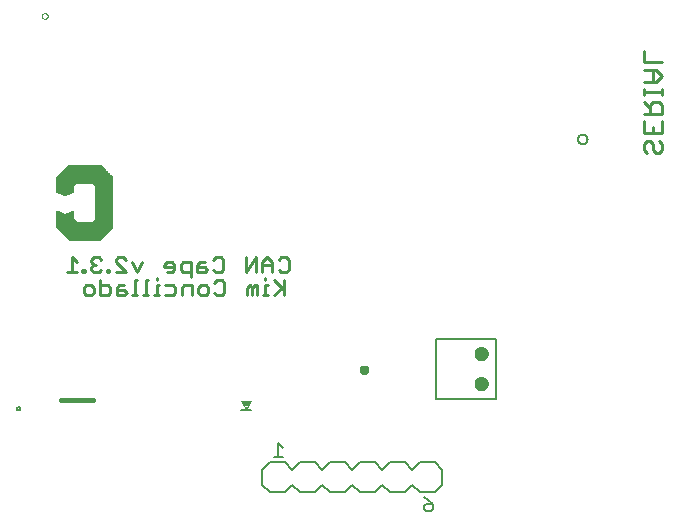
<source format=gbo>
G75*
G70*
%OFA0B0*%
%FSLAX24Y24*%
%IPPOS*%
%LPD*%
%AMOC8*
5,1,8,0,0,1.08239X$1,22.5*
%
%ADD10C,0.0090*%
%ADD11C,0.0110*%
%ADD12C,0.0050*%
%ADD13C,0.0039*%
%ADD14C,0.0150*%
%ADD15C,0.0236*%
%ADD16C,0.0157*%
%ADD17C,0.0079*%
%ADD18C,0.0060*%
%ADD19C,0.0004*%
D10*
X012311Y012447D02*
X012311Y012614D01*
X012395Y012697D01*
X012562Y012697D01*
X012645Y012614D01*
X012645Y012447D01*
X012562Y012363D01*
X012395Y012363D01*
X012311Y012447D01*
X012855Y012363D02*
X012855Y012864D01*
X012855Y012697D02*
X013105Y012697D01*
X013189Y012614D01*
X013189Y012447D01*
X013105Y012363D01*
X012855Y012363D01*
X013399Y012363D02*
X013399Y012614D01*
X013482Y012697D01*
X013649Y012697D01*
X013649Y012530D02*
X013399Y012530D01*
X013399Y012363D02*
X013649Y012363D01*
X013732Y012447D01*
X013649Y012530D01*
X013928Y012363D02*
X014095Y012363D01*
X014011Y012363D02*
X014011Y012864D01*
X014095Y012864D01*
X014076Y013124D02*
X013909Y013458D01*
X013700Y013542D02*
X013616Y013625D01*
X013449Y013625D01*
X013366Y013542D01*
X013366Y013458D01*
X013700Y013124D01*
X013366Y013124D01*
X013156Y013124D02*
X013072Y013124D01*
X013072Y013208D01*
X013156Y013208D01*
X013156Y013124D01*
X012884Y013208D02*
X012801Y013124D01*
X012634Y013124D01*
X012550Y013208D01*
X012550Y013291D01*
X012634Y013375D01*
X012717Y013375D01*
X012634Y013375D02*
X012550Y013458D01*
X012550Y013542D01*
X012634Y013625D01*
X012801Y013625D01*
X012884Y013542D01*
X012340Y013208D02*
X012257Y013208D01*
X012257Y013124D01*
X012340Y013124D01*
X012340Y013208D01*
X012068Y013124D02*
X011734Y013124D01*
X011901Y013124D02*
X011901Y013625D01*
X012068Y013458D01*
X014076Y013124D02*
X014243Y013458D01*
X014374Y012864D02*
X014374Y012363D01*
X014457Y012363D02*
X014290Y012363D01*
X014653Y012363D02*
X014820Y012363D01*
X014736Y012363D02*
X014736Y012697D01*
X014820Y012697D01*
X014736Y012864D02*
X014736Y012948D01*
X014457Y012864D02*
X014374Y012864D01*
X015030Y012697D02*
X015280Y012697D01*
X015364Y012614D01*
X015364Y012447D01*
X015280Y012363D01*
X015030Y012363D01*
X015573Y012363D02*
X015573Y012614D01*
X015657Y012697D01*
X015907Y012697D01*
X015907Y012363D01*
X016117Y012447D02*
X016117Y012614D01*
X016201Y012697D01*
X016368Y012697D01*
X016451Y012614D01*
X016451Y012447D01*
X016368Y012363D01*
X016201Y012363D01*
X016117Y012447D01*
X016661Y012447D02*
X016744Y012363D01*
X016911Y012363D01*
X016995Y012447D01*
X016995Y012781D01*
X016911Y012864D01*
X016744Y012864D01*
X016661Y012781D01*
X016712Y013124D02*
X016628Y013208D01*
X016712Y013124D02*
X016879Y013124D01*
X016962Y013208D01*
X016962Y013542D01*
X016879Y013625D01*
X016712Y013625D01*
X016628Y013542D01*
X016335Y013458D02*
X016168Y013458D01*
X016084Y013375D01*
X016084Y013124D01*
X016335Y013124D01*
X016418Y013208D01*
X016335Y013291D01*
X016084Y013291D01*
X015875Y013124D02*
X015624Y013124D01*
X015541Y013208D01*
X015541Y013375D01*
X015624Y013458D01*
X015875Y013458D01*
X015875Y012957D01*
X015331Y013208D02*
X015331Y013375D01*
X015247Y013458D01*
X015080Y013458D01*
X014997Y013375D01*
X014997Y013291D01*
X015331Y013291D01*
X015331Y013208D02*
X015247Y013124D01*
X015080Y013124D01*
X017716Y013124D02*
X017716Y013625D01*
X018050Y013625D02*
X017716Y013124D01*
X018050Y013124D02*
X018050Y013625D01*
X018259Y013458D02*
X018259Y013124D01*
X018361Y012948D02*
X018361Y012864D01*
X018361Y012697D02*
X018361Y012363D01*
X018278Y012363D02*
X018445Y012363D01*
X018655Y012363D02*
X018905Y012614D01*
X018989Y012530D02*
X018655Y012864D01*
X018593Y013124D02*
X018593Y013458D01*
X018426Y013625D01*
X018259Y013458D01*
X018259Y013375D02*
X018593Y013375D01*
X018803Y013542D02*
X018887Y013625D01*
X019054Y013625D01*
X019137Y013542D01*
X019137Y013208D01*
X019054Y013124D01*
X018887Y013124D01*
X018803Y013208D01*
X018989Y012864D02*
X018989Y012363D01*
X018445Y012697D02*
X018361Y012697D01*
X018082Y012697D02*
X018082Y012363D01*
X017915Y012363D02*
X017915Y012614D01*
X017832Y012697D01*
X017748Y012614D01*
X017748Y012363D01*
X017915Y012614D02*
X017999Y012697D01*
X018082Y012697D01*
D11*
X030995Y017220D02*
X031093Y017122D01*
X030995Y017220D02*
X030995Y017417D01*
X031093Y017515D01*
X031191Y017515D01*
X031290Y017417D01*
X031290Y017220D01*
X031388Y017122D01*
X031487Y017122D01*
X031585Y017220D01*
X031585Y017417D01*
X031487Y017515D01*
X031585Y017766D02*
X030995Y017766D01*
X030995Y018160D01*
X030995Y018411D02*
X031585Y018411D01*
X031585Y018706D01*
X031487Y018804D01*
X031290Y018804D01*
X031191Y018706D01*
X031191Y018411D01*
X031191Y018608D02*
X030995Y018804D01*
X030995Y019055D02*
X030995Y019252D01*
X030995Y019154D02*
X031585Y019154D01*
X031585Y019252D02*
X031585Y019055D01*
X031388Y019485D02*
X030995Y019485D01*
X031290Y019485D02*
X031290Y019879D01*
X031388Y019879D02*
X030995Y019879D01*
X030995Y020130D02*
X030995Y020523D01*
X030995Y020130D02*
X031585Y020130D01*
X031388Y019879D02*
X031585Y019682D01*
X031388Y019485D01*
X031585Y018160D02*
X031585Y017766D01*
X031290Y017766D02*
X031290Y017963D01*
D12*
X010080Y008580D02*
X010082Y008594D01*
X010088Y008608D01*
X010096Y008620D01*
X010108Y008628D01*
X010122Y008634D01*
X010136Y008636D01*
X010150Y008634D01*
X010164Y008628D01*
X010176Y008620D01*
X010184Y008608D01*
X010190Y008594D01*
X010192Y008580D01*
X010190Y008566D01*
X010184Y008552D01*
X010176Y008540D01*
X010164Y008532D01*
X010150Y008526D01*
X010136Y008524D01*
X010122Y008526D01*
X010108Y008532D01*
X010096Y008540D01*
X010088Y008552D01*
X010082Y008566D01*
X010080Y008580D01*
X018641Y006981D02*
X018941Y006981D01*
X018791Y006981D02*
X018791Y007431D01*
X018941Y007281D01*
X023641Y005631D02*
X023791Y005556D01*
X023941Y005406D01*
X023716Y005406D01*
X023641Y005331D01*
X023641Y005256D01*
X023716Y005181D01*
X023866Y005181D01*
X023941Y005256D01*
X023941Y005406D01*
X024051Y008914D02*
X026051Y008914D01*
X026051Y010914D01*
X024051Y010914D01*
X024051Y008914D01*
X028781Y017563D02*
X028783Y017588D01*
X028789Y017612D01*
X028798Y017635D01*
X028811Y017656D01*
X028828Y017675D01*
X028847Y017692D01*
X028868Y017705D01*
X028891Y017714D01*
X028915Y017720D01*
X028940Y017722D01*
X028965Y017720D01*
X028989Y017714D01*
X029012Y017705D01*
X029033Y017692D01*
X029052Y017675D01*
X029069Y017656D01*
X029082Y017635D01*
X029091Y017612D01*
X029097Y017588D01*
X029099Y017563D01*
X029097Y017538D01*
X029091Y017514D01*
X029082Y017491D01*
X029069Y017470D01*
X029052Y017451D01*
X029033Y017434D01*
X029012Y017421D01*
X028989Y017412D01*
X028965Y017406D01*
X028940Y017404D01*
X028915Y017406D01*
X028891Y017412D01*
X028868Y017421D01*
X028847Y017434D01*
X028828Y017451D01*
X028811Y017470D01*
X028798Y017491D01*
X028789Y017514D01*
X028783Y017538D01*
X028781Y017563D01*
D13*
X017878Y008832D02*
X017563Y008832D01*
X017721Y008576D01*
X017878Y008832D01*
X017861Y008803D02*
X017581Y008803D01*
X017604Y008765D02*
X017837Y008765D01*
X017814Y008727D02*
X017627Y008727D01*
X017651Y008690D02*
X017791Y008690D01*
X017767Y008652D02*
X017674Y008652D01*
X017697Y008614D02*
X017744Y008614D01*
X010906Y021673D02*
X010908Y021692D01*
X010913Y021711D01*
X010923Y021727D01*
X010935Y021742D01*
X010950Y021754D01*
X010966Y021764D01*
X010985Y021769D01*
X011004Y021771D01*
X011023Y021769D01*
X011042Y021764D01*
X011058Y021754D01*
X011073Y021742D01*
X011085Y021727D01*
X011095Y021711D01*
X011100Y021692D01*
X011102Y021673D01*
X011100Y021654D01*
X011095Y021635D01*
X011085Y021619D01*
X011073Y021604D01*
X011058Y021592D01*
X011042Y021582D01*
X011023Y021577D01*
X011004Y021575D01*
X010985Y021577D01*
X010966Y021582D01*
X010950Y021592D01*
X010935Y021604D01*
X010923Y021619D01*
X010913Y021635D01*
X010908Y021654D01*
X010906Y021673D01*
D14*
X011533Y008875D02*
X012616Y008875D01*
D15*
X025433Y009414D02*
X025435Y009435D01*
X025441Y009455D01*
X025450Y009475D01*
X025462Y009492D01*
X025477Y009506D01*
X025495Y009518D01*
X025515Y009526D01*
X025535Y009531D01*
X025556Y009532D01*
X025577Y009529D01*
X025597Y009523D01*
X025616Y009512D01*
X025633Y009499D01*
X025646Y009483D01*
X025657Y009465D01*
X025665Y009445D01*
X025669Y009425D01*
X025669Y009403D01*
X025665Y009383D01*
X025657Y009363D01*
X025646Y009345D01*
X025633Y009329D01*
X025616Y009316D01*
X025597Y009305D01*
X025577Y009299D01*
X025556Y009296D01*
X025535Y009297D01*
X025515Y009302D01*
X025495Y009310D01*
X025477Y009322D01*
X025462Y009336D01*
X025450Y009353D01*
X025441Y009373D01*
X025435Y009393D01*
X025433Y009414D01*
X025433Y010414D02*
X025435Y010435D01*
X025441Y010455D01*
X025450Y010475D01*
X025462Y010492D01*
X025477Y010506D01*
X025495Y010518D01*
X025515Y010526D01*
X025535Y010531D01*
X025556Y010532D01*
X025577Y010529D01*
X025597Y010523D01*
X025616Y010512D01*
X025633Y010499D01*
X025646Y010483D01*
X025657Y010465D01*
X025665Y010445D01*
X025669Y010425D01*
X025669Y010403D01*
X025665Y010383D01*
X025657Y010363D01*
X025646Y010345D01*
X025633Y010329D01*
X025616Y010316D01*
X025597Y010305D01*
X025577Y010299D01*
X025556Y010296D01*
X025535Y010297D01*
X025515Y010302D01*
X025495Y010310D01*
X025477Y010322D01*
X025462Y010336D01*
X025450Y010353D01*
X025441Y010373D01*
X025435Y010393D01*
X025433Y010414D01*
D16*
X021570Y009877D02*
X021572Y009895D01*
X021578Y009911D01*
X021587Y009926D01*
X021600Y009939D01*
X021615Y009948D01*
X021631Y009954D01*
X021649Y009956D01*
X021667Y009954D01*
X021683Y009948D01*
X021698Y009939D01*
X021711Y009926D01*
X021720Y009911D01*
X021726Y009895D01*
X021728Y009877D01*
X021726Y009859D01*
X021720Y009843D01*
X021711Y009828D01*
X021698Y009815D01*
X021683Y009806D01*
X021667Y009800D01*
X021649Y009798D01*
X021631Y009800D01*
X021615Y009806D01*
X021600Y009815D01*
X021587Y009828D01*
X021578Y009843D01*
X021572Y009859D01*
X021570Y009877D01*
D17*
X017898Y008556D02*
X017543Y008556D01*
D18*
X018506Y006806D02*
X019006Y006806D01*
X019256Y006556D01*
X019506Y006806D01*
X020006Y006806D01*
X020256Y006556D01*
X020506Y006806D01*
X021006Y006806D01*
X021256Y006556D01*
X021506Y006806D01*
X022006Y006806D01*
X022256Y006556D01*
X022506Y006806D01*
X023006Y006806D01*
X023256Y006556D01*
X023506Y006806D01*
X024006Y006806D01*
X024256Y006556D01*
X024256Y006056D01*
X024006Y005806D01*
X023506Y005806D01*
X023256Y006056D01*
X023006Y005806D01*
X022506Y005806D01*
X022256Y006056D01*
X022006Y005806D01*
X021506Y005806D01*
X021256Y006056D01*
X021006Y005806D01*
X020506Y005806D01*
X020256Y006056D01*
X020006Y005806D01*
X019506Y005806D01*
X019256Y006056D01*
X019006Y005806D01*
X018506Y005806D01*
X018256Y006056D01*
X018256Y006556D01*
X018506Y006806D01*
D19*
X012835Y014222D02*
X011811Y014222D01*
X011398Y014636D01*
X013248Y014636D01*
X012835Y014222D01*
X012837Y014224D02*
X011809Y014224D01*
X011807Y014227D02*
X012839Y014227D01*
X012842Y014229D02*
X011804Y014229D01*
X011802Y014232D02*
X012844Y014232D01*
X012847Y014234D02*
X011799Y014234D01*
X011797Y014237D02*
X012849Y014237D01*
X012851Y014239D02*
X011794Y014239D01*
X011792Y014242D02*
X012854Y014242D01*
X012856Y014244D02*
X011790Y014244D01*
X011787Y014246D02*
X012859Y014246D01*
X012861Y014249D02*
X011785Y014249D01*
X011782Y014251D02*
X012864Y014251D01*
X012866Y014254D02*
X011780Y014254D01*
X011777Y014256D02*
X012869Y014256D01*
X012871Y014259D02*
X011775Y014259D01*
X011772Y014261D02*
X012874Y014261D01*
X012876Y014264D02*
X011770Y014264D01*
X011767Y014266D02*
X012879Y014266D01*
X012881Y014269D02*
X011765Y014269D01*
X011762Y014271D02*
X012884Y014271D01*
X012886Y014274D02*
X011760Y014274D01*
X011757Y014276D02*
X012889Y014276D01*
X012891Y014279D02*
X011755Y014279D01*
X011752Y014281D02*
X012894Y014281D01*
X012896Y014284D02*
X011750Y014284D01*
X011747Y014286D02*
X012899Y014286D01*
X012901Y014289D02*
X011745Y014289D01*
X011742Y014291D02*
X012904Y014291D01*
X012906Y014294D02*
X011740Y014294D01*
X011737Y014296D02*
X012909Y014296D01*
X012911Y014299D02*
X011735Y014299D01*
X011732Y014301D02*
X012914Y014301D01*
X012916Y014304D02*
X011730Y014304D01*
X011728Y014306D02*
X012918Y014306D01*
X012921Y014309D02*
X011725Y014309D01*
X011723Y014311D02*
X012923Y014311D01*
X012926Y014313D02*
X011720Y014313D01*
X011718Y014316D02*
X012928Y014316D01*
X012931Y014318D02*
X011715Y014318D01*
X011713Y014321D02*
X012933Y014321D01*
X012936Y014323D02*
X011710Y014323D01*
X011708Y014326D02*
X012938Y014326D01*
X012941Y014328D02*
X011705Y014328D01*
X011703Y014331D02*
X012943Y014331D01*
X012946Y014333D02*
X011700Y014333D01*
X011698Y014336D02*
X012948Y014336D01*
X012951Y014338D02*
X011695Y014338D01*
X011693Y014341D02*
X012953Y014341D01*
X012956Y014343D02*
X011690Y014343D01*
X011688Y014346D02*
X012958Y014346D01*
X012961Y014348D02*
X011685Y014348D01*
X011683Y014351D02*
X012963Y014351D01*
X012966Y014353D02*
X011680Y014353D01*
X011678Y014356D02*
X012968Y014356D01*
X012971Y014358D02*
X011675Y014358D01*
X011673Y014361D02*
X012973Y014361D01*
X012976Y014363D02*
X011670Y014363D01*
X011668Y014366D02*
X012978Y014366D01*
X012980Y014368D02*
X011666Y014368D01*
X011663Y014371D02*
X012983Y014371D01*
X012985Y014373D02*
X011661Y014373D01*
X011658Y014375D02*
X012988Y014375D01*
X012990Y014378D02*
X011656Y014378D01*
X011653Y014380D02*
X012993Y014380D01*
X012995Y014383D02*
X011651Y014383D01*
X011648Y014385D02*
X012998Y014385D01*
X013000Y014388D02*
X011646Y014388D01*
X011643Y014390D02*
X013003Y014390D01*
X013005Y014393D02*
X011641Y014393D01*
X011638Y014395D02*
X013008Y014395D01*
X013010Y014398D02*
X011636Y014398D01*
X011633Y014400D02*
X013013Y014400D01*
X013015Y014403D02*
X011631Y014403D01*
X011628Y014405D02*
X013018Y014405D01*
X013020Y014408D02*
X011626Y014408D01*
X011623Y014410D02*
X013023Y014410D01*
X013025Y014413D02*
X011621Y014413D01*
X011618Y014415D02*
X013028Y014415D01*
X013030Y014418D02*
X011616Y014418D01*
X011613Y014420D02*
X013033Y014420D01*
X013035Y014423D02*
X011611Y014423D01*
X011608Y014425D02*
X013038Y014425D01*
X013040Y014428D02*
X011606Y014428D01*
X011604Y014430D02*
X013042Y014430D01*
X013045Y014433D02*
X011601Y014433D01*
X011599Y014435D02*
X013047Y014435D01*
X013050Y014437D02*
X011596Y014437D01*
X011594Y014440D02*
X013052Y014440D01*
X013055Y014442D02*
X011591Y014442D01*
X011589Y014445D02*
X013057Y014445D01*
X013060Y014447D02*
X011586Y014447D01*
X011584Y014450D02*
X013062Y014450D01*
X013065Y014452D02*
X011581Y014452D01*
X011579Y014455D02*
X013067Y014455D01*
X013070Y014457D02*
X011576Y014457D01*
X011574Y014460D02*
X013072Y014460D01*
X013075Y014462D02*
X011571Y014462D01*
X011569Y014465D02*
X013077Y014465D01*
X013080Y014467D02*
X011566Y014467D01*
X011564Y014470D02*
X013082Y014470D01*
X013085Y014472D02*
X011561Y014472D01*
X011559Y014475D02*
X013087Y014475D01*
X013090Y014477D02*
X011556Y014477D01*
X011554Y014480D02*
X013092Y014480D01*
X013095Y014482D02*
X011551Y014482D01*
X011549Y014485D02*
X013097Y014485D01*
X013100Y014487D02*
X011546Y014487D01*
X011544Y014490D02*
X013102Y014490D01*
X013104Y014492D02*
X011541Y014492D01*
X011539Y014495D02*
X013107Y014495D01*
X013109Y014497D02*
X011537Y014497D01*
X011534Y014499D02*
X013112Y014499D01*
X013114Y014502D02*
X011532Y014502D01*
X011529Y014504D02*
X013117Y014504D01*
X013119Y014507D02*
X011527Y014507D01*
X011524Y014509D02*
X013122Y014509D01*
X013124Y014512D02*
X011522Y014512D01*
X011519Y014514D02*
X013127Y014514D01*
X013129Y014517D02*
X011517Y014517D01*
X011514Y014519D02*
X013132Y014519D01*
X013134Y014522D02*
X011512Y014522D01*
X011509Y014524D02*
X013137Y014524D01*
X013139Y014527D02*
X011507Y014527D01*
X011504Y014529D02*
X013142Y014529D01*
X013144Y014532D02*
X011502Y014532D01*
X011499Y014534D02*
X013147Y014534D01*
X013149Y014537D02*
X011497Y014537D01*
X011494Y014539D02*
X013152Y014539D01*
X013154Y014542D02*
X011492Y014542D01*
X011489Y014544D02*
X013157Y014544D01*
X013159Y014547D02*
X011487Y014547D01*
X011484Y014549D02*
X013162Y014549D01*
X013164Y014552D02*
X011482Y014552D01*
X011479Y014554D02*
X013166Y014554D01*
X013169Y014557D02*
X011477Y014557D01*
X011475Y014559D02*
X013171Y014559D01*
X013174Y014561D02*
X011472Y014561D01*
X011470Y014564D02*
X013176Y014564D01*
X013179Y014566D02*
X011467Y014566D01*
X011465Y014569D02*
X013181Y014569D01*
X013184Y014571D02*
X011462Y014571D01*
X011460Y014574D02*
X013186Y014574D01*
X013189Y014576D02*
X011457Y014576D01*
X011455Y014579D02*
X013191Y014579D01*
X013194Y014581D02*
X011452Y014581D01*
X011450Y014584D02*
X013196Y014584D01*
X013199Y014586D02*
X011447Y014586D01*
X011445Y014589D02*
X013201Y014589D01*
X013204Y014591D02*
X011442Y014591D01*
X011440Y014594D02*
X013206Y014594D01*
X013209Y014596D02*
X011437Y014596D01*
X011435Y014599D02*
X013211Y014599D01*
X013214Y014601D02*
X011432Y014601D01*
X011430Y014604D02*
X013216Y014604D01*
X013219Y014606D02*
X011427Y014606D01*
X011425Y014609D02*
X013221Y014609D01*
X013224Y014611D02*
X011422Y014611D01*
X011420Y014614D02*
X013226Y014614D01*
X013229Y014616D02*
X011417Y014616D01*
X011415Y014619D02*
X013231Y014619D01*
X013233Y014621D02*
X011413Y014621D01*
X011410Y014624D02*
X013236Y014624D01*
X013238Y014626D02*
X011408Y014626D01*
X011405Y014628D02*
X013241Y014628D01*
X013243Y014631D02*
X011403Y014631D01*
X011400Y014633D02*
X013246Y014633D01*
X013248Y014636D02*
X013248Y016309D01*
X012835Y016722D01*
X011811Y016722D01*
X012835Y016722D01*
X012838Y016719D02*
X011808Y016719D01*
X011806Y016717D02*
X012840Y016717D01*
X012843Y016714D02*
X011803Y016714D01*
X011801Y016712D02*
X012845Y016712D01*
X012848Y016709D02*
X011798Y016709D01*
X011796Y016707D02*
X012850Y016707D01*
X012853Y016704D02*
X011793Y016704D01*
X011791Y016702D02*
X012855Y016702D01*
X012858Y016700D02*
X011788Y016700D01*
X011786Y016697D02*
X012860Y016697D01*
X012863Y016695D02*
X011783Y016695D01*
X011781Y016692D02*
X012865Y016692D01*
X012868Y016690D02*
X011778Y016690D01*
X011776Y016687D02*
X012870Y016687D01*
X012873Y016685D02*
X011773Y016685D01*
X011771Y016682D02*
X012875Y016682D01*
X012877Y016680D02*
X011769Y016680D01*
X011766Y016677D02*
X012880Y016677D01*
X012882Y016675D02*
X011764Y016675D01*
X011761Y016672D02*
X012885Y016672D01*
X012887Y016670D02*
X011759Y016670D01*
X011756Y016667D02*
X012890Y016667D01*
X012892Y016665D02*
X011754Y016665D01*
X011751Y016662D02*
X012895Y016662D01*
X012897Y016660D02*
X011749Y016660D01*
X011746Y016657D02*
X012900Y016657D01*
X012902Y016655D02*
X011744Y016655D01*
X011741Y016652D02*
X012905Y016652D01*
X012907Y016650D02*
X011739Y016650D01*
X011736Y016647D02*
X012910Y016647D01*
X012912Y016645D02*
X011734Y016645D01*
X011731Y016642D02*
X012915Y016642D01*
X012917Y016640D02*
X011729Y016640D01*
X011726Y016638D02*
X012920Y016638D01*
X012922Y016635D02*
X011724Y016635D01*
X011721Y016633D02*
X012925Y016633D01*
X012927Y016630D02*
X011719Y016630D01*
X011716Y016628D02*
X012930Y016628D01*
X012932Y016625D02*
X011714Y016625D01*
X011711Y016623D02*
X012935Y016623D01*
X012937Y016620D02*
X011709Y016620D01*
X011706Y016618D02*
X012939Y016618D01*
X012942Y016615D02*
X011704Y016615D01*
X011702Y016613D02*
X012944Y016613D01*
X012947Y016610D02*
X011699Y016610D01*
X011697Y016608D02*
X012949Y016608D01*
X012952Y016605D02*
X011694Y016605D01*
X011692Y016603D02*
X012954Y016603D01*
X012957Y016600D02*
X011689Y016600D01*
X011687Y016598D02*
X012959Y016598D01*
X012962Y016595D02*
X011684Y016595D01*
X011682Y016593D02*
X012964Y016593D01*
X012967Y016590D02*
X011679Y016590D01*
X011677Y016588D02*
X012969Y016588D01*
X012972Y016585D02*
X011674Y016585D01*
X011672Y016583D02*
X012974Y016583D01*
X012977Y016580D02*
X011669Y016580D01*
X011667Y016578D02*
X012979Y016578D01*
X012982Y016576D02*
X011664Y016576D01*
X011662Y016573D02*
X012984Y016573D01*
X012987Y016571D02*
X011659Y016571D01*
X011657Y016568D02*
X012989Y016568D01*
X012992Y016566D02*
X011654Y016566D01*
X011652Y016563D02*
X012994Y016563D01*
X012997Y016561D02*
X011649Y016561D01*
X011647Y016558D02*
X012999Y016558D01*
X013001Y016556D02*
X011644Y016556D01*
X011642Y016553D02*
X013004Y016553D01*
X013006Y016551D02*
X011640Y016551D01*
X011637Y016548D02*
X013009Y016548D01*
X013011Y016546D02*
X011635Y016546D01*
X011632Y016543D02*
X013014Y016543D01*
X013016Y016541D02*
X011630Y016541D01*
X011627Y016538D02*
X013019Y016538D01*
X013021Y016536D02*
X011625Y016536D01*
X011622Y016533D02*
X013024Y016533D01*
X013026Y016531D02*
X011620Y016531D01*
X011617Y016528D02*
X013029Y016528D01*
X013031Y016526D02*
X011615Y016526D01*
X011612Y016523D02*
X013034Y016523D01*
X013036Y016521D02*
X011610Y016521D01*
X011607Y016518D02*
X013039Y016518D01*
X013041Y016516D02*
X011605Y016516D01*
X011602Y016514D02*
X013044Y016514D01*
X013046Y016511D02*
X011600Y016511D01*
X011597Y016509D02*
X013049Y016509D01*
X013051Y016506D02*
X011595Y016506D01*
X011592Y016504D02*
X013054Y016504D01*
X013056Y016501D02*
X011590Y016501D01*
X011587Y016499D02*
X013059Y016499D01*
X013061Y016496D02*
X011585Y016496D01*
X011582Y016494D02*
X013064Y016494D01*
X013066Y016491D02*
X011580Y016491D01*
X011578Y016489D02*
X013068Y016489D01*
X013071Y016486D02*
X011575Y016486D01*
X011573Y016484D02*
X013073Y016484D01*
X013076Y016481D02*
X011570Y016481D01*
X011568Y016479D02*
X013078Y016479D01*
X013081Y016476D02*
X011565Y016476D01*
X011563Y016474D02*
X013083Y016474D01*
X013086Y016471D02*
X011560Y016471D01*
X011558Y016469D02*
X013088Y016469D01*
X013091Y016466D02*
X011555Y016466D01*
X011553Y016464D02*
X013093Y016464D01*
X013096Y016461D02*
X011550Y016461D01*
X011548Y016459D02*
X013098Y016459D01*
X013101Y016456D02*
X011545Y016456D01*
X011543Y016454D02*
X013103Y016454D01*
X013106Y016451D02*
X011540Y016451D01*
X011538Y016449D02*
X013108Y016449D01*
X013111Y016447D02*
X011535Y016447D01*
X011533Y016444D02*
X013113Y016444D01*
X013116Y016442D02*
X011530Y016442D01*
X011528Y016439D02*
X013118Y016439D01*
X013121Y016437D02*
X011525Y016437D01*
X011523Y016434D02*
X013123Y016434D01*
X013126Y016432D02*
X011520Y016432D01*
X011518Y016429D02*
X013128Y016429D01*
X013130Y016427D02*
X011516Y016427D01*
X011513Y016424D02*
X013133Y016424D01*
X013135Y016422D02*
X011511Y016422D01*
X011508Y016419D02*
X013138Y016419D01*
X013140Y016417D02*
X011506Y016417D01*
X011503Y016414D02*
X013143Y016414D01*
X013145Y016412D02*
X011501Y016412D01*
X011498Y016409D02*
X013148Y016409D01*
X013150Y016407D02*
X011496Y016407D01*
X011493Y016404D02*
X013153Y016404D01*
X013155Y016402D02*
X011491Y016402D01*
X011488Y016399D02*
X013158Y016399D01*
X013160Y016397D02*
X011486Y016397D01*
X011483Y016394D02*
X013163Y016394D01*
X013165Y016392D02*
X011481Y016392D01*
X011478Y016389D02*
X013168Y016389D01*
X013170Y016387D02*
X011476Y016387D01*
X011473Y016385D02*
X013173Y016385D01*
X013175Y016382D02*
X011471Y016382D01*
X011468Y016380D02*
X013178Y016380D01*
X013180Y016377D02*
X011466Y016377D01*
X011463Y016375D02*
X013183Y016375D01*
X013185Y016372D02*
X011461Y016372D01*
X011458Y016370D02*
X013188Y016370D01*
X013190Y016367D02*
X011456Y016367D01*
X011454Y016365D02*
X013192Y016365D01*
X013195Y016362D02*
X011451Y016362D01*
X011449Y016360D02*
X013197Y016360D01*
X013200Y016357D02*
X011446Y016357D01*
X011444Y016355D02*
X013202Y016355D01*
X013205Y016352D02*
X011441Y016352D01*
X011439Y016350D02*
X013207Y016350D01*
X013210Y016347D02*
X011436Y016347D01*
X011434Y016345D02*
X013212Y016345D01*
X013215Y016342D02*
X011431Y016342D01*
X011429Y016340D02*
X013217Y016340D01*
X013220Y016337D02*
X011426Y016337D01*
X011424Y016335D02*
X013222Y016335D01*
X013225Y016332D02*
X011421Y016332D01*
X011419Y016330D02*
X013227Y016330D01*
X013230Y016327D02*
X011416Y016327D01*
X011414Y016325D02*
X013232Y016325D01*
X013235Y016323D02*
X011411Y016323D01*
X011409Y016320D02*
X013237Y016320D01*
X013240Y016318D02*
X011406Y016318D01*
X011404Y016315D02*
X013242Y016315D01*
X013245Y016313D02*
X011401Y016313D01*
X011399Y016310D02*
X013247Y016310D01*
X013248Y016308D02*
X011398Y016308D01*
X011398Y016309D02*
X011811Y016722D01*
X011398Y016309D02*
X011398Y015817D01*
X011673Y015699D01*
X011949Y015817D01*
X011949Y016014D01*
X012047Y016112D01*
X011398Y016112D01*
X011398Y016114D02*
X013248Y016114D01*
X013248Y016112D02*
X012599Y016112D01*
X012047Y016112D01*
X012044Y016109D02*
X011398Y016109D01*
X011398Y016107D02*
X012042Y016107D01*
X012040Y016104D02*
X011398Y016104D01*
X011398Y016102D02*
X012037Y016102D01*
X012035Y016099D02*
X011398Y016099D01*
X011398Y016097D02*
X012032Y016097D01*
X012030Y016094D02*
X011398Y016094D01*
X011398Y016092D02*
X012027Y016092D01*
X012025Y016089D02*
X011398Y016089D01*
X011398Y016087D02*
X012022Y016087D01*
X012020Y016084D02*
X011398Y016084D01*
X011398Y016082D02*
X012017Y016082D01*
X012015Y016079D02*
X011398Y016079D01*
X011398Y016077D02*
X012012Y016077D01*
X012010Y016074D02*
X011398Y016074D01*
X011398Y016072D02*
X012007Y016072D01*
X012005Y016070D02*
X011398Y016070D01*
X011398Y016067D02*
X012002Y016067D01*
X012000Y016065D02*
X011398Y016065D01*
X011398Y016062D02*
X011997Y016062D01*
X011995Y016060D02*
X011398Y016060D01*
X011398Y016057D02*
X011992Y016057D01*
X011990Y016055D02*
X011398Y016055D01*
X011398Y016052D02*
X011987Y016052D01*
X011985Y016050D02*
X011398Y016050D01*
X011398Y016047D02*
X011982Y016047D01*
X011980Y016045D02*
X011398Y016045D01*
X011398Y016042D02*
X011978Y016042D01*
X011975Y016040D02*
X011398Y016040D01*
X011398Y016037D02*
X011973Y016037D01*
X011970Y016035D02*
X011398Y016035D01*
X011398Y016032D02*
X011968Y016032D01*
X011965Y016030D02*
X011398Y016030D01*
X011398Y016027D02*
X011963Y016027D01*
X011960Y016025D02*
X011398Y016025D01*
X011398Y016022D02*
X011958Y016022D01*
X011955Y016020D02*
X011398Y016020D01*
X011398Y016017D02*
X011953Y016017D01*
X011950Y016015D02*
X011398Y016015D01*
X011398Y016012D02*
X011949Y016012D01*
X011949Y016010D02*
X011398Y016010D01*
X011398Y016008D02*
X011949Y016008D01*
X011949Y016005D02*
X011398Y016005D01*
X011398Y016003D02*
X011949Y016003D01*
X011949Y016000D02*
X011398Y016000D01*
X011398Y015998D02*
X011949Y015998D01*
X011949Y015995D02*
X011398Y015995D01*
X011398Y015993D02*
X011949Y015993D01*
X011949Y015990D02*
X011398Y015990D01*
X011398Y015988D02*
X011949Y015988D01*
X011949Y015985D02*
X011398Y015985D01*
X011398Y015983D02*
X011949Y015983D01*
X011949Y015980D02*
X011398Y015980D01*
X011398Y015978D02*
X011949Y015978D01*
X011949Y015975D02*
X011398Y015975D01*
X011398Y015973D02*
X011949Y015973D01*
X011949Y015970D02*
X011398Y015970D01*
X011398Y015968D02*
X011949Y015968D01*
X011949Y015965D02*
X011398Y015965D01*
X011398Y015963D02*
X011949Y015963D01*
X011949Y015960D02*
X011398Y015960D01*
X011398Y015958D02*
X011949Y015958D01*
X011949Y015955D02*
X011398Y015955D01*
X011398Y015953D02*
X011949Y015953D01*
X011949Y015950D02*
X011398Y015950D01*
X011398Y015948D02*
X011949Y015948D01*
X011949Y015946D02*
X011398Y015946D01*
X011398Y015943D02*
X011949Y015943D01*
X011949Y015941D02*
X011398Y015941D01*
X011398Y015938D02*
X011949Y015938D01*
X011949Y015936D02*
X011398Y015936D01*
X011398Y015933D02*
X011949Y015933D01*
X011949Y015931D02*
X011398Y015931D01*
X011398Y015928D02*
X011949Y015928D01*
X011949Y015926D02*
X011398Y015926D01*
X011398Y015923D02*
X011949Y015923D01*
X011949Y015921D02*
X011398Y015921D01*
X011398Y015918D02*
X011949Y015918D01*
X011949Y015916D02*
X011398Y015916D01*
X011398Y015913D02*
X011949Y015913D01*
X011949Y015911D02*
X011398Y015911D01*
X011398Y015908D02*
X011949Y015908D01*
X011949Y015906D02*
X011398Y015906D01*
X011398Y015903D02*
X011949Y015903D01*
X011949Y015901D02*
X011398Y015901D01*
X011398Y015898D02*
X011949Y015898D01*
X011949Y015896D02*
X011398Y015896D01*
X011398Y015893D02*
X011949Y015893D01*
X011949Y015891D02*
X011398Y015891D01*
X011398Y015888D02*
X011949Y015888D01*
X011949Y015886D02*
X011398Y015886D01*
X011398Y015884D02*
X011949Y015884D01*
X011949Y015881D02*
X011398Y015881D01*
X011398Y015879D02*
X011949Y015879D01*
X011949Y015876D02*
X011398Y015876D01*
X011398Y015874D02*
X011949Y015874D01*
X011949Y015871D02*
X011398Y015871D01*
X011398Y015869D02*
X011949Y015869D01*
X011949Y015866D02*
X011398Y015866D01*
X011398Y015864D02*
X011949Y015864D01*
X011949Y015861D02*
X011398Y015861D01*
X011398Y015859D02*
X011949Y015859D01*
X011949Y015856D02*
X011398Y015856D01*
X011398Y015854D02*
X011949Y015854D01*
X011949Y015851D02*
X011398Y015851D01*
X011398Y015849D02*
X011949Y015849D01*
X011949Y015846D02*
X011398Y015846D01*
X011398Y015844D02*
X011949Y015844D01*
X011949Y015841D02*
X011398Y015841D01*
X011398Y015839D02*
X011949Y015839D01*
X011949Y015836D02*
X011398Y015836D01*
X011398Y015834D02*
X011949Y015834D01*
X011949Y015831D02*
X011398Y015831D01*
X011398Y015829D02*
X011949Y015829D01*
X011949Y015826D02*
X011398Y015826D01*
X011398Y015824D02*
X011949Y015824D01*
X011949Y015821D02*
X011398Y015821D01*
X011398Y015819D02*
X011949Y015819D01*
X011948Y015817D02*
X011399Y015817D01*
X011404Y015814D02*
X011942Y015814D01*
X011937Y015812D02*
X011410Y015812D01*
X011416Y015809D02*
X011931Y015809D01*
X011925Y015807D02*
X011422Y015807D01*
X011427Y015804D02*
X011919Y015804D01*
X011914Y015802D02*
X011433Y015802D01*
X011439Y015799D02*
X011908Y015799D01*
X011902Y015797D02*
X011445Y015797D01*
X011451Y015794D02*
X011896Y015794D01*
X011890Y015792D02*
X011456Y015792D01*
X011462Y015789D02*
X011885Y015789D01*
X011879Y015787D02*
X011468Y015787D01*
X011474Y015784D02*
X011873Y015784D01*
X011867Y015782D02*
X011480Y015782D01*
X011485Y015779D02*
X011861Y015779D01*
X011856Y015777D02*
X011491Y015777D01*
X011497Y015774D02*
X011850Y015774D01*
X011844Y015772D02*
X011503Y015772D01*
X011509Y015769D02*
X011838Y015769D01*
X011833Y015767D02*
X011514Y015767D01*
X011520Y015764D02*
X011827Y015764D01*
X011821Y015762D02*
X011526Y015762D01*
X011532Y015759D02*
X011815Y015759D01*
X011809Y015757D02*
X011537Y015757D01*
X011543Y015755D02*
X011804Y015755D01*
X011798Y015752D02*
X011549Y015752D01*
X011555Y015750D02*
X011792Y015750D01*
X011786Y015747D02*
X011561Y015747D01*
X011566Y015745D02*
X011780Y015745D01*
X011775Y015742D02*
X011572Y015742D01*
X011578Y015740D02*
X011769Y015740D01*
X011763Y015737D02*
X011584Y015737D01*
X011590Y015735D02*
X011757Y015735D01*
X011751Y015732D02*
X011595Y015732D01*
X011601Y015730D02*
X011746Y015730D01*
X011740Y015727D02*
X011607Y015727D01*
X011613Y015725D02*
X011734Y015725D01*
X011728Y015722D02*
X011618Y015722D01*
X011624Y015720D02*
X011723Y015720D01*
X011717Y015717D02*
X011630Y015717D01*
X011636Y015715D02*
X011711Y015715D01*
X011705Y015712D02*
X011642Y015712D01*
X011647Y015710D02*
X011699Y015710D01*
X011694Y015707D02*
X011653Y015707D01*
X011659Y015705D02*
X011688Y015705D01*
X011682Y015702D02*
X011665Y015702D01*
X011671Y015700D02*
X011676Y015700D01*
X011398Y016117D02*
X013248Y016117D01*
X013248Y016119D02*
X011398Y016119D01*
X011398Y016122D02*
X013248Y016122D01*
X013248Y016124D02*
X011398Y016124D01*
X011398Y016127D02*
X013248Y016127D01*
X013248Y016129D02*
X011398Y016129D01*
X011398Y016132D02*
X013248Y016132D01*
X013248Y016134D02*
X011398Y016134D01*
X011398Y016136D02*
X013248Y016136D01*
X013248Y016139D02*
X011398Y016139D01*
X011398Y016141D02*
X013248Y016141D01*
X013248Y016144D02*
X011398Y016144D01*
X011398Y016146D02*
X013248Y016146D01*
X013248Y016149D02*
X011398Y016149D01*
X011398Y016151D02*
X013248Y016151D01*
X013248Y016154D02*
X011398Y016154D01*
X011398Y016156D02*
X013248Y016156D01*
X013248Y016159D02*
X011398Y016159D01*
X011398Y016161D02*
X013248Y016161D01*
X013248Y016164D02*
X011398Y016164D01*
X011398Y016166D02*
X013248Y016166D01*
X013248Y016169D02*
X011398Y016169D01*
X011398Y016171D02*
X013248Y016171D01*
X013248Y016174D02*
X011398Y016174D01*
X011398Y016176D02*
X013248Y016176D01*
X013248Y016179D02*
X011398Y016179D01*
X011398Y016181D02*
X013248Y016181D01*
X013248Y016184D02*
X011398Y016184D01*
X011398Y016186D02*
X013248Y016186D01*
X013248Y016189D02*
X011398Y016189D01*
X011398Y016191D02*
X013248Y016191D01*
X013248Y016194D02*
X011398Y016194D01*
X011398Y016196D02*
X013248Y016196D01*
X013248Y016199D02*
X011398Y016199D01*
X011398Y016201D02*
X013248Y016201D01*
X013248Y016203D02*
X011398Y016203D01*
X011398Y016206D02*
X013248Y016206D01*
X013248Y016208D02*
X011398Y016208D01*
X011398Y016211D02*
X013248Y016211D01*
X013248Y016213D02*
X011398Y016213D01*
X011398Y016216D02*
X013248Y016216D01*
X013248Y016218D02*
X011398Y016218D01*
X011398Y016221D02*
X013248Y016221D01*
X013248Y016223D02*
X011398Y016223D01*
X011398Y016226D02*
X013248Y016226D01*
X013248Y016228D02*
X011398Y016228D01*
X011398Y016231D02*
X013248Y016231D01*
X013248Y016233D02*
X011398Y016233D01*
X011398Y016236D02*
X013248Y016236D01*
X013248Y016238D02*
X011398Y016238D01*
X011398Y016241D02*
X013248Y016241D01*
X013248Y016243D02*
X011398Y016243D01*
X011398Y016246D02*
X013248Y016246D01*
X013248Y016248D02*
X011398Y016248D01*
X011398Y016251D02*
X013248Y016251D01*
X013248Y016253D02*
X011398Y016253D01*
X011398Y016256D02*
X013248Y016256D01*
X013248Y016258D02*
X011398Y016258D01*
X011398Y016261D02*
X013248Y016261D01*
X013248Y016263D02*
X011398Y016263D01*
X011398Y016265D02*
X013248Y016265D01*
X013248Y016268D02*
X011398Y016268D01*
X011398Y016270D02*
X013248Y016270D01*
X013248Y016273D02*
X011398Y016273D01*
X011398Y016275D02*
X013248Y016275D01*
X013248Y016278D02*
X011398Y016278D01*
X011398Y016280D02*
X013248Y016280D01*
X013248Y016283D02*
X011398Y016283D01*
X011398Y016285D02*
X013248Y016285D01*
X013248Y016288D02*
X011398Y016288D01*
X011398Y016290D02*
X013248Y016290D01*
X013248Y016293D02*
X011398Y016293D01*
X011398Y016295D02*
X013248Y016295D01*
X013248Y016298D02*
X011398Y016298D01*
X011398Y016300D02*
X013248Y016300D01*
X013248Y016303D02*
X011398Y016303D01*
X011398Y016305D02*
X013248Y016305D01*
X013248Y016109D02*
X012601Y016109D01*
X012604Y016107D02*
X013248Y016107D01*
X013248Y016104D02*
X012606Y016104D01*
X012609Y016102D02*
X013248Y016102D01*
X013248Y016099D02*
X012611Y016099D01*
X012614Y016097D02*
X013248Y016097D01*
X013248Y016094D02*
X012616Y016094D01*
X012619Y016092D02*
X013248Y016092D01*
X013248Y016089D02*
X012621Y016089D01*
X012624Y016087D02*
X013248Y016087D01*
X013248Y016084D02*
X012626Y016084D01*
X012629Y016082D02*
X013248Y016082D01*
X013248Y016079D02*
X012631Y016079D01*
X012634Y016077D02*
X013248Y016077D01*
X013248Y016074D02*
X012636Y016074D01*
X012639Y016072D02*
X013248Y016072D01*
X013248Y016070D02*
X012641Y016070D01*
X012644Y016067D02*
X013248Y016067D01*
X013248Y016065D02*
X012646Y016065D01*
X012649Y016062D02*
X013248Y016062D01*
X013248Y016060D02*
X012651Y016060D01*
X012654Y016057D02*
X013248Y016057D01*
X013248Y016055D02*
X012656Y016055D01*
X012659Y016052D02*
X013248Y016052D01*
X013248Y016050D02*
X012661Y016050D01*
X012664Y016047D02*
X013248Y016047D01*
X013248Y016045D02*
X012666Y016045D01*
X012668Y016042D02*
X013248Y016042D01*
X013248Y016040D02*
X012671Y016040D01*
X012673Y016037D02*
X013248Y016037D01*
X013248Y016035D02*
X012676Y016035D01*
X012678Y016032D02*
X013248Y016032D01*
X013248Y016030D02*
X012681Y016030D01*
X012683Y016027D02*
X013248Y016027D01*
X013248Y016025D02*
X012686Y016025D01*
X012688Y016022D02*
X013248Y016022D01*
X013248Y016020D02*
X012691Y016020D01*
X012693Y016017D02*
X013248Y016017D01*
X013248Y016015D02*
X012696Y016015D01*
X012697Y016014D02*
X012599Y016112D01*
X012697Y016014D02*
X012697Y014911D01*
X013248Y014911D01*
X013248Y014909D02*
X012694Y014909D01*
X012692Y014906D02*
X013248Y014906D01*
X013248Y014904D02*
X012689Y014904D01*
X012687Y014901D02*
X013248Y014901D01*
X013248Y014899D02*
X012684Y014899D01*
X012682Y014896D02*
X013248Y014896D01*
X013248Y014894D02*
X012680Y014894D01*
X012677Y014891D02*
X013248Y014891D01*
X013248Y014889D02*
X012675Y014889D01*
X012672Y014886D02*
X013248Y014886D01*
X013248Y014884D02*
X012670Y014884D01*
X012667Y014881D02*
X013248Y014881D01*
X013248Y014879D02*
X012665Y014879D01*
X012662Y014876D02*
X013248Y014876D01*
X013248Y014874D02*
X012660Y014874D01*
X012657Y014872D02*
X013248Y014872D01*
X013248Y014869D02*
X012655Y014869D01*
X012652Y014867D02*
X013248Y014867D01*
X013248Y014864D02*
X012650Y014864D01*
X012647Y014862D02*
X013248Y014862D01*
X013248Y014859D02*
X012645Y014859D01*
X012642Y014857D02*
X013248Y014857D01*
X013248Y014854D02*
X012640Y014854D01*
X012637Y014852D02*
X013248Y014852D01*
X013248Y014849D02*
X012635Y014849D01*
X012632Y014847D02*
X013248Y014847D01*
X013248Y014844D02*
X012630Y014844D01*
X012627Y014842D02*
X013248Y014842D01*
X013248Y014839D02*
X012625Y014839D01*
X012622Y014837D02*
X013248Y014837D01*
X013248Y014834D02*
X012620Y014834D01*
X012618Y014832D02*
X013248Y014832D01*
X013248Y014829D02*
X012615Y014829D01*
X012613Y014827D02*
X013248Y014827D01*
X013248Y014824D02*
X012610Y014824D01*
X012608Y014822D02*
X013248Y014822D01*
X013248Y014819D02*
X012605Y014819D01*
X012603Y014817D02*
X013248Y014817D01*
X013248Y014814D02*
X012600Y014814D01*
X012599Y014813D02*
X012697Y014911D01*
X012697Y014914D02*
X013248Y014914D01*
X013248Y014916D02*
X012697Y014916D01*
X012697Y014919D02*
X013248Y014919D01*
X013248Y014921D02*
X012697Y014921D01*
X012697Y014924D02*
X013248Y014924D01*
X013248Y014926D02*
X012697Y014926D01*
X012697Y014929D02*
X013248Y014929D01*
X013248Y014931D02*
X012697Y014931D01*
X012697Y014934D02*
X013248Y014934D01*
X013248Y014936D02*
X012697Y014936D01*
X012697Y014939D02*
X013248Y014939D01*
X013248Y014941D02*
X012697Y014941D01*
X012697Y014943D02*
X013248Y014943D01*
X013248Y014946D02*
X012697Y014946D01*
X012697Y014948D02*
X013248Y014948D01*
X013248Y014951D02*
X012697Y014951D01*
X012697Y014953D02*
X013248Y014953D01*
X013248Y014956D02*
X012697Y014956D01*
X012697Y014958D02*
X013248Y014958D01*
X013248Y014961D02*
X012697Y014961D01*
X012697Y014963D02*
X013248Y014963D01*
X013248Y014966D02*
X012697Y014966D01*
X012697Y014968D02*
X013248Y014968D01*
X013248Y014971D02*
X012697Y014971D01*
X012697Y014973D02*
X013248Y014973D01*
X013248Y014976D02*
X012697Y014976D01*
X012697Y014978D02*
X013248Y014978D01*
X013248Y014981D02*
X012697Y014981D01*
X012697Y014983D02*
X013248Y014983D01*
X013248Y014986D02*
X012697Y014986D01*
X012697Y014988D02*
X013248Y014988D01*
X013248Y014991D02*
X012697Y014991D01*
X012697Y014993D02*
X013248Y014993D01*
X013248Y014996D02*
X012697Y014996D01*
X012697Y014998D02*
X013248Y014998D01*
X013248Y015001D02*
X012697Y015001D01*
X012697Y015003D02*
X013248Y015003D01*
X013248Y015005D02*
X012697Y015005D01*
X012697Y015008D02*
X013248Y015008D01*
X013248Y015010D02*
X012697Y015010D01*
X012697Y015013D02*
X013248Y015013D01*
X013248Y015015D02*
X012697Y015015D01*
X012697Y015018D02*
X013248Y015018D01*
X013248Y015020D02*
X012697Y015020D01*
X012697Y015023D02*
X013248Y015023D01*
X013248Y015025D02*
X012697Y015025D01*
X012697Y015028D02*
X013248Y015028D01*
X013248Y015030D02*
X012697Y015030D01*
X012697Y015033D02*
X013248Y015033D01*
X013248Y015035D02*
X012697Y015035D01*
X012697Y015038D02*
X013248Y015038D01*
X013248Y015040D02*
X012697Y015040D01*
X012697Y015043D02*
X013248Y015043D01*
X013248Y015045D02*
X012697Y015045D01*
X012697Y015048D02*
X013248Y015048D01*
X013248Y015050D02*
X012697Y015050D01*
X012697Y015053D02*
X013248Y015053D01*
X013248Y015055D02*
X012697Y015055D01*
X012697Y015058D02*
X013248Y015058D01*
X013248Y015060D02*
X012697Y015060D01*
X012697Y015063D02*
X013248Y015063D01*
X013248Y015065D02*
X012697Y015065D01*
X012697Y015067D02*
X013248Y015067D01*
X013248Y015070D02*
X012697Y015070D01*
X012697Y015072D02*
X013248Y015072D01*
X013248Y015075D02*
X012697Y015075D01*
X012697Y015077D02*
X013248Y015077D01*
X013248Y015080D02*
X012697Y015080D01*
X012697Y015082D02*
X013248Y015082D01*
X013248Y015085D02*
X012697Y015085D01*
X012697Y015087D02*
X013248Y015087D01*
X013248Y015090D02*
X012697Y015090D01*
X012697Y015092D02*
X013248Y015092D01*
X013248Y015095D02*
X012697Y015095D01*
X012697Y015097D02*
X013248Y015097D01*
X013248Y015100D02*
X012697Y015100D01*
X012697Y015102D02*
X013248Y015102D01*
X013248Y015105D02*
X012697Y015105D01*
X012697Y015107D02*
X013248Y015107D01*
X013248Y015110D02*
X012697Y015110D01*
X012697Y015112D02*
X013248Y015112D01*
X013248Y015115D02*
X012697Y015115D01*
X012697Y015117D02*
X013248Y015117D01*
X013248Y015120D02*
X012697Y015120D01*
X012697Y015122D02*
X013248Y015122D01*
X013248Y015125D02*
X012697Y015125D01*
X012697Y015127D02*
X013248Y015127D01*
X013248Y015129D02*
X012697Y015129D01*
X012697Y015132D02*
X013248Y015132D01*
X013248Y015134D02*
X012697Y015134D01*
X012697Y015137D02*
X013248Y015137D01*
X013248Y015139D02*
X012697Y015139D01*
X012697Y015142D02*
X013248Y015142D01*
X013248Y015144D02*
X012697Y015144D01*
X012697Y015147D02*
X013248Y015147D01*
X013248Y015149D02*
X012697Y015149D01*
X012697Y015152D02*
X013248Y015152D01*
X013248Y015154D02*
X012697Y015154D01*
X012697Y015157D02*
X013248Y015157D01*
X013248Y015159D02*
X012697Y015159D01*
X012697Y015162D02*
X013248Y015162D01*
X013248Y015164D02*
X012697Y015164D01*
X012697Y015167D02*
X013248Y015167D01*
X013248Y015169D02*
X012697Y015169D01*
X012697Y015172D02*
X013248Y015172D01*
X013248Y015174D02*
X012697Y015174D01*
X012697Y015177D02*
X013248Y015177D01*
X013248Y015179D02*
X012697Y015179D01*
X012697Y015182D02*
X013248Y015182D01*
X013248Y015184D02*
X012697Y015184D01*
X012697Y015187D02*
X013248Y015187D01*
X013248Y015189D02*
X012697Y015189D01*
X012697Y015191D02*
X013248Y015191D01*
X013248Y015194D02*
X012697Y015194D01*
X012697Y015196D02*
X013248Y015196D01*
X013248Y015199D02*
X012697Y015199D01*
X012697Y015201D02*
X013248Y015201D01*
X013248Y015204D02*
X012697Y015204D01*
X012697Y015206D02*
X013248Y015206D01*
X013248Y015209D02*
X012697Y015209D01*
X012697Y015211D02*
X013248Y015211D01*
X013248Y015214D02*
X012697Y015214D01*
X012697Y015216D02*
X013248Y015216D01*
X013248Y015219D02*
X012697Y015219D01*
X012697Y015221D02*
X013248Y015221D01*
X013248Y015224D02*
X012697Y015224D01*
X012697Y015226D02*
X013248Y015226D01*
X013248Y015229D02*
X012697Y015229D01*
X012697Y015231D02*
X013248Y015231D01*
X013248Y015234D02*
X012697Y015234D01*
X012697Y015236D02*
X013248Y015236D01*
X013248Y015239D02*
X012697Y015239D01*
X012697Y015241D02*
X013248Y015241D01*
X013248Y015244D02*
X012697Y015244D01*
X012697Y015246D02*
X013248Y015246D01*
X013248Y015249D02*
X012697Y015249D01*
X012697Y015251D02*
X013248Y015251D01*
X013248Y015254D02*
X012697Y015254D01*
X012697Y015256D02*
X013248Y015256D01*
X013248Y015258D02*
X012697Y015258D01*
X012697Y015261D02*
X013248Y015261D01*
X013248Y015263D02*
X012697Y015263D01*
X012697Y015266D02*
X013248Y015266D01*
X013248Y015268D02*
X012697Y015268D01*
X012697Y015271D02*
X013248Y015271D01*
X013248Y015273D02*
X012697Y015273D01*
X012697Y015276D02*
X013248Y015276D01*
X013248Y015278D02*
X012697Y015278D01*
X012697Y015281D02*
X013248Y015281D01*
X013248Y015283D02*
X012697Y015283D01*
X012697Y015286D02*
X013248Y015286D01*
X013248Y015288D02*
X012697Y015288D01*
X012697Y015291D02*
X013248Y015291D01*
X013248Y015293D02*
X012697Y015293D01*
X012697Y015296D02*
X013248Y015296D01*
X013248Y015298D02*
X012697Y015298D01*
X012697Y015301D02*
X013248Y015301D01*
X013248Y015303D02*
X012697Y015303D01*
X012697Y015306D02*
X013248Y015306D01*
X013248Y015308D02*
X012697Y015308D01*
X012697Y015311D02*
X013248Y015311D01*
X013248Y015313D02*
X012697Y015313D01*
X012697Y015316D02*
X013248Y015316D01*
X013248Y015318D02*
X012697Y015318D01*
X012697Y015320D02*
X013248Y015320D01*
X013248Y015323D02*
X012697Y015323D01*
X012697Y015325D02*
X013248Y015325D01*
X013248Y015328D02*
X012697Y015328D01*
X012697Y015330D02*
X013248Y015330D01*
X013248Y015333D02*
X012697Y015333D01*
X012697Y015335D02*
X013248Y015335D01*
X013248Y015338D02*
X012697Y015338D01*
X012697Y015340D02*
X013248Y015340D01*
X013248Y015343D02*
X012697Y015343D01*
X012697Y015345D02*
X013248Y015345D01*
X013248Y015348D02*
X012697Y015348D01*
X012697Y015350D02*
X013248Y015350D01*
X013248Y015353D02*
X012697Y015353D01*
X012697Y015355D02*
X013248Y015355D01*
X013248Y015358D02*
X012697Y015358D01*
X012697Y015360D02*
X013248Y015360D01*
X013248Y015363D02*
X012697Y015363D01*
X012697Y015365D02*
X013248Y015365D01*
X013248Y015368D02*
X012697Y015368D01*
X012697Y015370D02*
X013248Y015370D01*
X013248Y015373D02*
X012697Y015373D01*
X012697Y015375D02*
X013248Y015375D01*
X013248Y015378D02*
X012697Y015378D01*
X012697Y015380D02*
X013248Y015380D01*
X013248Y015382D02*
X012697Y015382D01*
X012697Y015385D02*
X013248Y015385D01*
X013248Y015387D02*
X012697Y015387D01*
X012697Y015390D02*
X013248Y015390D01*
X013248Y015392D02*
X012697Y015392D01*
X012697Y015395D02*
X013248Y015395D01*
X013248Y015397D02*
X012697Y015397D01*
X012697Y015400D02*
X013248Y015400D01*
X013248Y015402D02*
X012697Y015402D01*
X012697Y015405D02*
X013248Y015405D01*
X013248Y015407D02*
X012697Y015407D01*
X012697Y015410D02*
X013248Y015410D01*
X013248Y015412D02*
X012697Y015412D01*
X012697Y015415D02*
X013248Y015415D01*
X013248Y015417D02*
X012697Y015417D01*
X012697Y015420D02*
X013248Y015420D01*
X013248Y015422D02*
X012697Y015422D01*
X012697Y015425D02*
X013248Y015425D01*
X013248Y015427D02*
X012697Y015427D01*
X012697Y015430D02*
X013248Y015430D01*
X013248Y015432D02*
X012697Y015432D01*
X012697Y015435D02*
X013248Y015435D01*
X013248Y015437D02*
X012697Y015437D01*
X012697Y015440D02*
X013248Y015440D01*
X013248Y015442D02*
X012697Y015442D01*
X012697Y015444D02*
X013248Y015444D01*
X013248Y015447D02*
X012697Y015447D01*
X012697Y015449D02*
X013248Y015449D01*
X013248Y015452D02*
X012697Y015452D01*
X012697Y015454D02*
X013248Y015454D01*
X013248Y015457D02*
X012697Y015457D01*
X012697Y015459D02*
X013248Y015459D01*
X013248Y015462D02*
X012697Y015462D01*
X012697Y015464D02*
X013248Y015464D01*
X013248Y015467D02*
X012697Y015467D01*
X012697Y015469D02*
X013248Y015469D01*
X013248Y015472D02*
X012697Y015472D01*
X012697Y015474D02*
X013248Y015474D01*
X013248Y015477D02*
X012697Y015477D01*
X012697Y015479D02*
X013248Y015479D01*
X013248Y015482D02*
X012697Y015482D01*
X012697Y015484D02*
X013248Y015484D01*
X013248Y015487D02*
X012697Y015487D01*
X012697Y015489D02*
X013248Y015489D01*
X013248Y015492D02*
X012697Y015492D01*
X012697Y015494D02*
X013248Y015494D01*
X013248Y015497D02*
X012697Y015497D01*
X012697Y015499D02*
X013248Y015499D01*
X013248Y015502D02*
X012697Y015502D01*
X012697Y015504D02*
X013248Y015504D01*
X013248Y015506D02*
X012697Y015506D01*
X012697Y015509D02*
X013248Y015509D01*
X013248Y015511D02*
X012697Y015511D01*
X012697Y015514D02*
X013248Y015514D01*
X013248Y015516D02*
X012697Y015516D01*
X012697Y015519D02*
X013248Y015519D01*
X013248Y015521D02*
X012697Y015521D01*
X012697Y015524D02*
X013248Y015524D01*
X013248Y015526D02*
X012697Y015526D01*
X012697Y015529D02*
X013248Y015529D01*
X013248Y015531D02*
X012697Y015531D01*
X012697Y015534D02*
X013248Y015534D01*
X013248Y015536D02*
X012697Y015536D01*
X012697Y015539D02*
X013248Y015539D01*
X013248Y015541D02*
X012697Y015541D01*
X012697Y015544D02*
X013248Y015544D01*
X013248Y015546D02*
X012697Y015546D01*
X012697Y015549D02*
X013248Y015549D01*
X013248Y015551D02*
X012697Y015551D01*
X012697Y015554D02*
X013248Y015554D01*
X013248Y015556D02*
X012697Y015556D01*
X012697Y015559D02*
X013248Y015559D01*
X013248Y015561D02*
X012697Y015561D01*
X012697Y015564D02*
X013248Y015564D01*
X013248Y015566D02*
X012697Y015566D01*
X012697Y015569D02*
X013248Y015569D01*
X013248Y015571D02*
X012697Y015571D01*
X012697Y015573D02*
X013248Y015573D01*
X013248Y015576D02*
X012697Y015576D01*
X012697Y015578D02*
X013248Y015578D01*
X013248Y015581D02*
X012697Y015581D01*
X012697Y015583D02*
X013248Y015583D01*
X013248Y015586D02*
X012697Y015586D01*
X012697Y015588D02*
X013248Y015588D01*
X013248Y015591D02*
X012697Y015591D01*
X012697Y015593D02*
X013248Y015593D01*
X013248Y015596D02*
X012697Y015596D01*
X012697Y015598D02*
X013248Y015598D01*
X013248Y015601D02*
X012697Y015601D01*
X012697Y015603D02*
X013248Y015603D01*
X013248Y015606D02*
X012697Y015606D01*
X012697Y015608D02*
X013248Y015608D01*
X013248Y015611D02*
X012697Y015611D01*
X012697Y015613D02*
X013248Y015613D01*
X013248Y015616D02*
X012697Y015616D01*
X012697Y015618D02*
X013248Y015618D01*
X013248Y015621D02*
X012697Y015621D01*
X012697Y015623D02*
X013248Y015623D01*
X013248Y015626D02*
X012697Y015626D01*
X012697Y015628D02*
X013248Y015628D01*
X013248Y015631D02*
X012697Y015631D01*
X012697Y015633D02*
X013248Y015633D01*
X013248Y015635D02*
X012697Y015635D01*
X012697Y015638D02*
X013248Y015638D01*
X013248Y015640D02*
X012697Y015640D01*
X012697Y015643D02*
X013248Y015643D01*
X013248Y015645D02*
X012697Y015645D01*
X012697Y015648D02*
X013248Y015648D01*
X013248Y015650D02*
X012697Y015650D01*
X012697Y015653D02*
X013248Y015653D01*
X013248Y015655D02*
X012697Y015655D01*
X012697Y015658D02*
X013248Y015658D01*
X013248Y015660D02*
X012697Y015660D01*
X012697Y015663D02*
X013248Y015663D01*
X013248Y015665D02*
X012697Y015665D01*
X012697Y015668D02*
X013248Y015668D01*
X013248Y015670D02*
X012697Y015670D01*
X012697Y015673D02*
X013248Y015673D01*
X013248Y015675D02*
X012697Y015675D01*
X012697Y015678D02*
X013248Y015678D01*
X013248Y015680D02*
X012697Y015680D01*
X012697Y015683D02*
X013248Y015683D01*
X013248Y015685D02*
X012697Y015685D01*
X012697Y015688D02*
X013248Y015688D01*
X013248Y015690D02*
X012697Y015690D01*
X012697Y015693D02*
X013248Y015693D01*
X013248Y015695D02*
X012697Y015695D01*
X012697Y015697D02*
X013248Y015697D01*
X013248Y015700D02*
X012697Y015700D01*
X012697Y015702D02*
X013248Y015702D01*
X013248Y015705D02*
X012697Y015705D01*
X012697Y015707D02*
X013248Y015707D01*
X013248Y015710D02*
X012697Y015710D01*
X012697Y015712D02*
X013248Y015712D01*
X013248Y015715D02*
X012697Y015715D01*
X012697Y015717D02*
X013248Y015717D01*
X013248Y015720D02*
X012697Y015720D01*
X012697Y015722D02*
X013248Y015722D01*
X013248Y015725D02*
X012697Y015725D01*
X012697Y015727D02*
X013248Y015727D01*
X013248Y015730D02*
X012697Y015730D01*
X012697Y015732D02*
X013248Y015732D01*
X013248Y015735D02*
X012697Y015735D01*
X012697Y015737D02*
X013248Y015737D01*
X013248Y015740D02*
X012697Y015740D01*
X012697Y015742D02*
X013248Y015742D01*
X013248Y015745D02*
X012697Y015745D01*
X012697Y015747D02*
X013248Y015747D01*
X013248Y015750D02*
X012697Y015750D01*
X012697Y015752D02*
X013248Y015752D01*
X013248Y015755D02*
X012697Y015755D01*
X012697Y015757D02*
X013248Y015757D01*
X013248Y015759D02*
X012697Y015759D01*
X012697Y015762D02*
X013248Y015762D01*
X013248Y015764D02*
X012697Y015764D01*
X012697Y015767D02*
X013248Y015767D01*
X013248Y015769D02*
X012697Y015769D01*
X012697Y015772D02*
X013248Y015772D01*
X013248Y015774D02*
X012697Y015774D01*
X012697Y015777D02*
X013248Y015777D01*
X013248Y015779D02*
X012697Y015779D01*
X012697Y015782D02*
X013248Y015782D01*
X013248Y015784D02*
X012697Y015784D01*
X012697Y015787D02*
X013248Y015787D01*
X013248Y015789D02*
X012697Y015789D01*
X012697Y015792D02*
X013248Y015792D01*
X013248Y015794D02*
X012697Y015794D01*
X012697Y015797D02*
X013248Y015797D01*
X013248Y015799D02*
X012697Y015799D01*
X012697Y015802D02*
X013248Y015802D01*
X013248Y015804D02*
X012697Y015804D01*
X012697Y015807D02*
X013248Y015807D01*
X013248Y015809D02*
X012697Y015809D01*
X012697Y015812D02*
X013248Y015812D01*
X013248Y015814D02*
X012697Y015814D01*
X012697Y015817D02*
X013248Y015817D01*
X013248Y015819D02*
X012697Y015819D01*
X012697Y015821D02*
X013248Y015821D01*
X013248Y015824D02*
X012697Y015824D01*
X012697Y015826D02*
X013248Y015826D01*
X013248Y015829D02*
X012697Y015829D01*
X012697Y015831D02*
X013248Y015831D01*
X013248Y015834D02*
X012697Y015834D01*
X012697Y015836D02*
X013248Y015836D01*
X013248Y015839D02*
X012697Y015839D01*
X012697Y015841D02*
X013248Y015841D01*
X013248Y015844D02*
X012697Y015844D01*
X012697Y015846D02*
X013248Y015846D01*
X013248Y015849D02*
X012697Y015849D01*
X012697Y015851D02*
X013248Y015851D01*
X013248Y015854D02*
X012697Y015854D01*
X012697Y015856D02*
X013248Y015856D01*
X013248Y015859D02*
X012697Y015859D01*
X012697Y015861D02*
X013248Y015861D01*
X013248Y015864D02*
X012697Y015864D01*
X012697Y015866D02*
X013248Y015866D01*
X013248Y015869D02*
X012697Y015869D01*
X012697Y015871D02*
X013248Y015871D01*
X013248Y015874D02*
X012697Y015874D01*
X012697Y015876D02*
X013248Y015876D01*
X013248Y015879D02*
X012697Y015879D01*
X012697Y015881D02*
X013248Y015881D01*
X013248Y015884D02*
X012697Y015884D01*
X012697Y015886D02*
X013248Y015886D01*
X013248Y015888D02*
X012697Y015888D01*
X012697Y015891D02*
X013248Y015891D01*
X013248Y015893D02*
X012697Y015893D01*
X012697Y015896D02*
X013248Y015896D01*
X013248Y015898D02*
X012697Y015898D01*
X012697Y015901D02*
X013248Y015901D01*
X013248Y015903D02*
X012697Y015903D01*
X012697Y015906D02*
X013248Y015906D01*
X013248Y015908D02*
X012697Y015908D01*
X012697Y015911D02*
X013248Y015911D01*
X013248Y015913D02*
X012697Y015913D01*
X012697Y015916D02*
X013248Y015916D01*
X013248Y015918D02*
X012697Y015918D01*
X012697Y015921D02*
X013248Y015921D01*
X013248Y015923D02*
X012697Y015923D01*
X012697Y015926D02*
X013248Y015926D01*
X013248Y015928D02*
X012697Y015928D01*
X012697Y015931D02*
X013248Y015931D01*
X013248Y015933D02*
X012697Y015933D01*
X012697Y015936D02*
X013248Y015936D01*
X013248Y015938D02*
X012697Y015938D01*
X012697Y015941D02*
X013248Y015941D01*
X013248Y015943D02*
X012697Y015943D01*
X012697Y015946D02*
X013248Y015946D01*
X013248Y015948D02*
X012697Y015948D01*
X012697Y015950D02*
X013248Y015950D01*
X013248Y015953D02*
X012697Y015953D01*
X012697Y015955D02*
X013248Y015955D01*
X013248Y015958D02*
X012697Y015958D01*
X012697Y015960D02*
X013248Y015960D01*
X013248Y015963D02*
X012697Y015963D01*
X012697Y015965D02*
X013248Y015965D01*
X013248Y015968D02*
X012697Y015968D01*
X012697Y015970D02*
X013248Y015970D01*
X013248Y015973D02*
X012697Y015973D01*
X012697Y015975D02*
X013248Y015975D01*
X013248Y015978D02*
X012697Y015978D01*
X012697Y015980D02*
X013248Y015980D01*
X013248Y015983D02*
X012697Y015983D01*
X012697Y015985D02*
X013248Y015985D01*
X013248Y015988D02*
X012697Y015988D01*
X012697Y015990D02*
X013248Y015990D01*
X013248Y015993D02*
X012697Y015993D01*
X012697Y015995D02*
X013248Y015995D01*
X013248Y015998D02*
X012697Y015998D01*
X012697Y016000D02*
X013248Y016000D01*
X013248Y016003D02*
X012697Y016003D01*
X012697Y016005D02*
X013248Y016005D01*
X013248Y016008D02*
X012697Y016008D01*
X012697Y016010D02*
X013248Y016010D01*
X013248Y016012D02*
X012697Y016012D01*
X011949Y015187D02*
X011673Y015069D01*
X011398Y015187D01*
X011398Y014636D01*
X011398Y014638D02*
X013248Y014638D01*
X013248Y014641D02*
X011398Y014641D01*
X011398Y014643D02*
X013248Y014643D01*
X013248Y014646D02*
X011398Y014646D01*
X011398Y014648D02*
X013248Y014648D01*
X013248Y014651D02*
X011398Y014651D01*
X011398Y014653D02*
X013248Y014653D01*
X013248Y014656D02*
X011398Y014656D01*
X011398Y014658D02*
X013248Y014658D01*
X013248Y014661D02*
X011398Y014661D01*
X011398Y014663D02*
X013248Y014663D01*
X013248Y014666D02*
X011398Y014666D01*
X011398Y014668D02*
X013248Y014668D01*
X013248Y014671D02*
X011398Y014671D01*
X011398Y014673D02*
X013248Y014673D01*
X013248Y014676D02*
X011398Y014676D01*
X011398Y014678D02*
X013248Y014678D01*
X013248Y014681D02*
X011398Y014681D01*
X011398Y014683D02*
X013248Y014683D01*
X013248Y014686D02*
X011398Y014686D01*
X011398Y014688D02*
X013248Y014688D01*
X013248Y014690D02*
X011398Y014690D01*
X011398Y014693D02*
X013248Y014693D01*
X013248Y014695D02*
X011398Y014695D01*
X011398Y014698D02*
X013248Y014698D01*
X013248Y014700D02*
X011398Y014700D01*
X011398Y014703D02*
X013248Y014703D01*
X013248Y014705D02*
X011398Y014705D01*
X011398Y014708D02*
X013248Y014708D01*
X013248Y014710D02*
X011398Y014710D01*
X011398Y014713D02*
X013248Y014713D01*
X013248Y014715D02*
X011398Y014715D01*
X011398Y014718D02*
X013248Y014718D01*
X013248Y014720D02*
X011398Y014720D01*
X011398Y014723D02*
X013248Y014723D01*
X013248Y014725D02*
X011398Y014725D01*
X011398Y014728D02*
X013248Y014728D01*
X013248Y014730D02*
X011398Y014730D01*
X011398Y014733D02*
X013248Y014733D01*
X013248Y014735D02*
X011398Y014735D01*
X011398Y014738D02*
X013248Y014738D01*
X013248Y014740D02*
X011398Y014740D01*
X011398Y014743D02*
X013248Y014743D01*
X013248Y014745D02*
X011398Y014745D01*
X011398Y014748D02*
X013248Y014748D01*
X013248Y014750D02*
X011398Y014750D01*
X011398Y014752D02*
X013248Y014752D01*
X013248Y014755D02*
X011398Y014755D01*
X011398Y014757D02*
X013248Y014757D01*
X013248Y014760D02*
X011398Y014760D01*
X011398Y014762D02*
X013248Y014762D01*
X013248Y014765D02*
X011398Y014765D01*
X011398Y014767D02*
X013248Y014767D01*
X013248Y014770D02*
X011398Y014770D01*
X011398Y014772D02*
X013248Y014772D01*
X013248Y014775D02*
X011398Y014775D01*
X011398Y014777D02*
X013248Y014777D01*
X013248Y014780D02*
X011398Y014780D01*
X011398Y014782D02*
X013248Y014782D01*
X013248Y014785D02*
X011398Y014785D01*
X011398Y014787D02*
X013248Y014787D01*
X013248Y014790D02*
X011398Y014790D01*
X011398Y014792D02*
X013248Y014792D01*
X013248Y014795D02*
X011398Y014795D01*
X011398Y014797D02*
X013248Y014797D01*
X013248Y014800D02*
X011398Y014800D01*
X011398Y014802D02*
X013248Y014802D01*
X013248Y014805D02*
X011398Y014805D01*
X011398Y014807D02*
X013248Y014807D01*
X013248Y014810D02*
X011398Y014810D01*
X011398Y014812D02*
X013248Y014812D01*
X012599Y014813D02*
X012067Y014813D01*
X011949Y014931D01*
X011949Y015187D01*
X011948Y015187D01*
X011949Y015184D02*
X011942Y015184D01*
X011936Y015182D02*
X011949Y015182D01*
X011949Y015179D02*
X011931Y015179D01*
X011925Y015177D02*
X011949Y015177D01*
X011949Y015174D02*
X011919Y015174D01*
X011913Y015172D02*
X011949Y015172D01*
X011949Y015169D02*
X011908Y015169D01*
X011902Y015167D02*
X011949Y015167D01*
X011949Y015164D02*
X011896Y015164D01*
X011890Y015162D02*
X011949Y015162D01*
X011949Y015159D02*
X011884Y015159D01*
X011879Y015157D02*
X011949Y015157D01*
X011949Y015154D02*
X011873Y015154D01*
X011867Y015152D02*
X011949Y015152D01*
X011949Y015149D02*
X011861Y015149D01*
X011855Y015147D02*
X011949Y015147D01*
X011949Y015144D02*
X011850Y015144D01*
X011844Y015142D02*
X011949Y015142D01*
X011949Y015139D02*
X011838Y015139D01*
X011832Y015137D02*
X011949Y015137D01*
X011949Y015134D02*
X011826Y015134D01*
X011821Y015132D02*
X011949Y015132D01*
X011949Y015129D02*
X011815Y015129D01*
X011809Y015127D02*
X011949Y015127D01*
X011949Y015125D02*
X011803Y015125D01*
X011798Y015122D02*
X011949Y015122D01*
X011949Y015120D02*
X011792Y015120D01*
X011786Y015117D02*
X011949Y015117D01*
X011949Y015115D02*
X011780Y015115D01*
X011774Y015112D02*
X011949Y015112D01*
X011949Y015110D02*
X011769Y015110D01*
X011763Y015107D02*
X011949Y015107D01*
X011949Y015105D02*
X011757Y015105D01*
X011751Y015102D02*
X011949Y015102D01*
X011949Y015100D02*
X011745Y015100D01*
X011740Y015097D02*
X011949Y015097D01*
X011949Y015095D02*
X011734Y015095D01*
X011728Y015092D02*
X011949Y015092D01*
X011949Y015090D02*
X011722Y015090D01*
X011717Y015087D02*
X011949Y015087D01*
X011949Y015085D02*
X011711Y015085D01*
X011705Y015082D02*
X011949Y015082D01*
X011949Y015080D02*
X011699Y015080D01*
X011693Y015077D02*
X011949Y015077D01*
X011949Y015075D02*
X011688Y015075D01*
X011682Y015072D02*
X011949Y015072D01*
X011949Y015070D02*
X011676Y015070D01*
X011671Y015070D02*
X011398Y015070D01*
X011398Y015072D02*
X011665Y015072D01*
X011659Y015075D02*
X011398Y015075D01*
X011398Y015077D02*
X011653Y015077D01*
X011648Y015080D02*
X011398Y015080D01*
X011398Y015082D02*
X011642Y015082D01*
X011636Y015085D02*
X011398Y015085D01*
X011398Y015087D02*
X011630Y015087D01*
X011624Y015090D02*
X011398Y015090D01*
X011398Y015092D02*
X011619Y015092D01*
X011613Y015095D02*
X011398Y015095D01*
X011398Y015097D02*
X011607Y015097D01*
X011601Y015100D02*
X011398Y015100D01*
X011398Y015102D02*
X011595Y015102D01*
X011590Y015105D02*
X011398Y015105D01*
X011398Y015107D02*
X011584Y015107D01*
X011578Y015110D02*
X011398Y015110D01*
X011398Y015112D02*
X011572Y015112D01*
X011567Y015115D02*
X011398Y015115D01*
X011398Y015117D02*
X011561Y015117D01*
X011555Y015120D02*
X011398Y015120D01*
X011398Y015122D02*
X011549Y015122D01*
X011543Y015125D02*
X011398Y015125D01*
X011398Y015127D02*
X011538Y015127D01*
X011532Y015129D02*
X011398Y015129D01*
X011398Y015132D02*
X011526Y015132D01*
X011520Y015134D02*
X011398Y015134D01*
X011398Y015137D02*
X011514Y015137D01*
X011509Y015139D02*
X011398Y015139D01*
X011398Y015142D02*
X011503Y015142D01*
X011497Y015144D02*
X011398Y015144D01*
X011398Y015147D02*
X011491Y015147D01*
X011486Y015149D02*
X011398Y015149D01*
X011398Y015152D02*
X011480Y015152D01*
X011474Y015154D02*
X011398Y015154D01*
X011398Y015157D02*
X011468Y015157D01*
X011462Y015159D02*
X011398Y015159D01*
X011398Y015162D02*
X011457Y015162D01*
X011451Y015164D02*
X011398Y015164D01*
X011398Y015167D02*
X011445Y015167D01*
X011439Y015169D02*
X011398Y015169D01*
X011398Y015172D02*
X011433Y015172D01*
X011428Y015174D02*
X011398Y015174D01*
X011398Y015177D02*
X011422Y015177D01*
X011416Y015179D02*
X011398Y015179D01*
X011398Y015182D02*
X011410Y015182D01*
X011404Y015184D02*
X011398Y015184D01*
X011398Y015187D02*
X011399Y015187D01*
X011398Y015067D02*
X011949Y015067D01*
X011949Y015065D02*
X011398Y015065D01*
X011398Y015063D02*
X011949Y015063D01*
X011949Y015060D02*
X011398Y015060D01*
X011398Y015058D02*
X011949Y015058D01*
X011949Y015055D02*
X011398Y015055D01*
X011398Y015053D02*
X011949Y015053D01*
X011949Y015050D02*
X011398Y015050D01*
X011398Y015048D02*
X011949Y015048D01*
X011949Y015045D02*
X011398Y015045D01*
X011398Y015043D02*
X011949Y015043D01*
X011949Y015040D02*
X011398Y015040D01*
X011398Y015038D02*
X011949Y015038D01*
X011949Y015035D02*
X011398Y015035D01*
X011398Y015033D02*
X011949Y015033D01*
X011949Y015030D02*
X011398Y015030D01*
X011398Y015028D02*
X011949Y015028D01*
X011949Y015025D02*
X011398Y015025D01*
X011398Y015023D02*
X011949Y015023D01*
X011949Y015020D02*
X011398Y015020D01*
X011398Y015018D02*
X011949Y015018D01*
X011949Y015015D02*
X011398Y015015D01*
X011398Y015013D02*
X011949Y015013D01*
X011949Y015010D02*
X011398Y015010D01*
X011398Y015008D02*
X011949Y015008D01*
X011949Y015005D02*
X011398Y015005D01*
X011398Y015003D02*
X011949Y015003D01*
X011949Y015001D02*
X011398Y015001D01*
X011398Y014998D02*
X011949Y014998D01*
X011949Y014996D02*
X011398Y014996D01*
X011398Y014993D02*
X011949Y014993D01*
X011949Y014991D02*
X011398Y014991D01*
X011398Y014988D02*
X011949Y014988D01*
X011949Y014986D02*
X011398Y014986D01*
X011398Y014983D02*
X011949Y014983D01*
X011949Y014981D02*
X011398Y014981D01*
X011398Y014978D02*
X011949Y014978D01*
X011949Y014976D02*
X011398Y014976D01*
X011398Y014973D02*
X011949Y014973D01*
X011949Y014971D02*
X011398Y014971D01*
X011398Y014968D02*
X011949Y014968D01*
X011949Y014966D02*
X011398Y014966D01*
X011398Y014963D02*
X011949Y014963D01*
X011949Y014961D02*
X011398Y014961D01*
X011398Y014958D02*
X011949Y014958D01*
X011949Y014956D02*
X011398Y014956D01*
X011398Y014953D02*
X011949Y014953D01*
X011949Y014951D02*
X011398Y014951D01*
X011398Y014948D02*
X011949Y014948D01*
X011949Y014946D02*
X011398Y014946D01*
X011398Y014943D02*
X011949Y014943D01*
X011949Y014941D02*
X011398Y014941D01*
X011398Y014939D02*
X011949Y014939D01*
X011949Y014936D02*
X011398Y014936D01*
X011398Y014934D02*
X011949Y014934D01*
X011949Y014931D02*
X011398Y014931D01*
X011398Y014929D02*
X011951Y014929D01*
X011954Y014926D02*
X011398Y014926D01*
X011398Y014924D02*
X011956Y014924D01*
X011959Y014921D02*
X011398Y014921D01*
X011398Y014919D02*
X011961Y014919D01*
X011964Y014916D02*
X011398Y014916D01*
X011398Y014914D02*
X011966Y014914D01*
X011969Y014911D02*
X011398Y014911D01*
X011398Y014909D02*
X011971Y014909D01*
X011974Y014906D02*
X011398Y014906D01*
X011398Y014904D02*
X011976Y014904D01*
X011979Y014901D02*
X011398Y014901D01*
X011398Y014899D02*
X011981Y014899D01*
X011984Y014896D02*
X011398Y014896D01*
X011398Y014894D02*
X011986Y014894D01*
X011989Y014891D02*
X011398Y014891D01*
X011398Y014889D02*
X011991Y014889D01*
X011994Y014886D02*
X011398Y014886D01*
X011398Y014884D02*
X011996Y014884D01*
X011999Y014881D02*
X011398Y014881D01*
X011398Y014879D02*
X012001Y014879D01*
X012004Y014876D02*
X011398Y014876D01*
X011398Y014874D02*
X012006Y014874D01*
X012008Y014872D02*
X011398Y014872D01*
X011398Y014869D02*
X012011Y014869D01*
X012013Y014867D02*
X011398Y014867D01*
X011398Y014864D02*
X012016Y014864D01*
X012018Y014862D02*
X011398Y014862D01*
X011398Y014859D02*
X012021Y014859D01*
X012023Y014857D02*
X011398Y014857D01*
X011398Y014854D02*
X012026Y014854D01*
X012028Y014852D02*
X011398Y014852D01*
X011398Y014849D02*
X012031Y014849D01*
X012033Y014847D02*
X011398Y014847D01*
X011398Y014844D02*
X012036Y014844D01*
X012038Y014842D02*
X011398Y014842D01*
X011398Y014839D02*
X012041Y014839D01*
X012043Y014837D02*
X011398Y014837D01*
X011398Y014834D02*
X012046Y014834D01*
X012048Y014832D02*
X011398Y014832D01*
X011398Y014829D02*
X012051Y014829D01*
X012053Y014827D02*
X011398Y014827D01*
X011398Y014824D02*
X012056Y014824D01*
X012058Y014822D02*
X011398Y014822D01*
X011398Y014819D02*
X012061Y014819D01*
X012063Y014817D02*
X011398Y014817D01*
X011398Y014814D02*
X012066Y014814D01*
M02*

</source>
